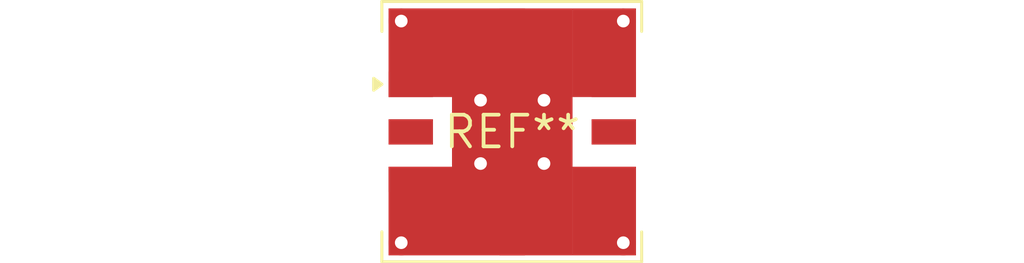
<source format=kicad_pcb>
(kicad_pcb (version 20240108) (generator pcbnew)
  (layers (0 "F.Cu" signal) (31 "B.Cu" signal) (34 "B.Paste" user) (35 "F.Paste" user) (36 "B.SilkS" user "B.Silkscreen") (37 "F.SilkS" user "F.Silkscreen") (38 "B.Mask" user) (39 "F.Mask" user) (44 "Edge.Cuts" user))
  (net 0 "")
  (footprint "Mini-Circuits_GP1212_LandPatternPL-176" (layer "F.Cu") (at 0 0)
    (property "Reference" "REF**")
    (property "Value" "Mini-Circuits_GP1212_LandPatternPL-176")
    (fp_line (start -5.22 -5.23) (end 5.18 -5.23) (layer "F.SilkS") (stroke (width 0.12)))
    (fp_line (start -5.22 -4.03) (end -5.22 -5.23) (layer "F.SilkS") (stroke (width 0.12)))
    (fp_line (start -5.22 4.01) (end -5.22 5.21) (layer "F.SilkS") (stroke (width 0.12)))
    (fp_line (start 5.18 -4.03) (end 5.18 -5.23) (layer "F.SilkS") (stroke (width 0.12)))
    (fp_line (start 5.18 5.21) (end -5.22 5.21) (layer "F.SilkS") (stroke (width 0.12)))
    (fp_line (start 5.18 5.21) (end 5.18 4.01) (layer "F.SilkS") (stroke (width 0.12)))
    (fp_poly (pts (xy -5.22 -1.91) (xy -5.55 -1.67) (xy -5.55 -2.15) (xy -5.22 -1.91)) (layer "F.SilkS") (stroke (width 0.12)) (fill solid))
    (pad "1" thru_hole circle (at -4.445 -4.445) (size 1.016 1.016) (drill 0.508) (layers *.Cu) (remove_unused_layers))
    (pad "1" thru_hole circle (at -4.445 4.445) (size 1.016 1.016) (drill 0.508) (layers *.Cu) (remove_unused_layers))
    (pad "1" smd rect (at -4.064 -1.905 180) (size 1.778 1.016) (layers "F.Cu" "F.Paste" "F.Mask"))
    (pad "1" smd rect (at -3.683 -3.175) (size 2.54 3.556) (layers "F.Cu"))
    (pad "1" smd rect (at -3.683 3.175) (size 2.54 3.556) (layers "F.Cu"))
    (pad "1" thru_hole circle (at -1.27 -1.27) (size 1.016 1.016) (drill 0.508) (layers *.Cu) (remove_unused_layers))
    (pad "1" thru_hole circle (at -1.27 1.27) (size 1.016 1.016) (drill 0.508) (layers *.Cu) (remove_unused_layers))
    (pad "1" smd rect (at 0 0) (size 4.826 9.906) (layers "F.Cu"))
    (pad "1" thru_hole circle (at 1.27 -1.27) (size 1.016 1.016) (drill 0.508) (layers *.Cu) (remove_unused_layers))
    (pad "1" thru_hole circle (at 1.27 1.27) (size 1.016 1.016) (drill 0.508) (layers *.Cu) (remove_unused_layers))
    (pad "1" smd rect (at 3.683 -3.175) (size 2.54 3.556) (layers "F.Cu"))
    (pad "1" smd rect (at 3.683 3.175) (size 2.54 3.556) (layers "F.Cu"))
    (pad "1" thru_hole circle (at 4.445 -4.445) (size 1.016 1.016) (drill 0.508) (layers *.Cu) (remove_unused_layers))
    (pad "1" thru_hole circle (at 4.445 4.445) (size 1.016 1.016) (drill 0.508) (layers *.Cu) (remove_unused_layers))
    (pad "2" smd rect (at -4.064 0 180) (size 1.778 1.016) (layers "F.Cu" "F.Paste" "F.Mask") (clearance 0.762))
    (pad "3" smd rect (at -4.064 1.905 180) (size 1.778 1.016) (layers "F.Cu" "F.Paste" "F.Mask"))
    (pad "4" smd rect (at 0 4.064 270) (size 1.778 1.016) (layers "F.Cu" "F.Paste" "F.Mask"))
    (pad "5" smd rect (at 4.064 1.905) (size 1.778 1.016) (layers "F.Cu" "F.Paste" "F.Mask"))
    (pad "6" smd rect (at 4.064 0) (size 1.778 1.016) (layers "F.Cu" "F.Paste" "F.Mask") (clearance 0.762))
    (pad "7" smd rect (at 4.064 -1.905) (size 1.778 1.016) (layers "F.Cu" "F.Paste" "F.Mask"))
    (pad "8" smd rect (at 0 -4.064 270) (size 1.778 1.016) (layers "F.Cu" "F.Paste" "F.Mask"))
  )
)
</source>
